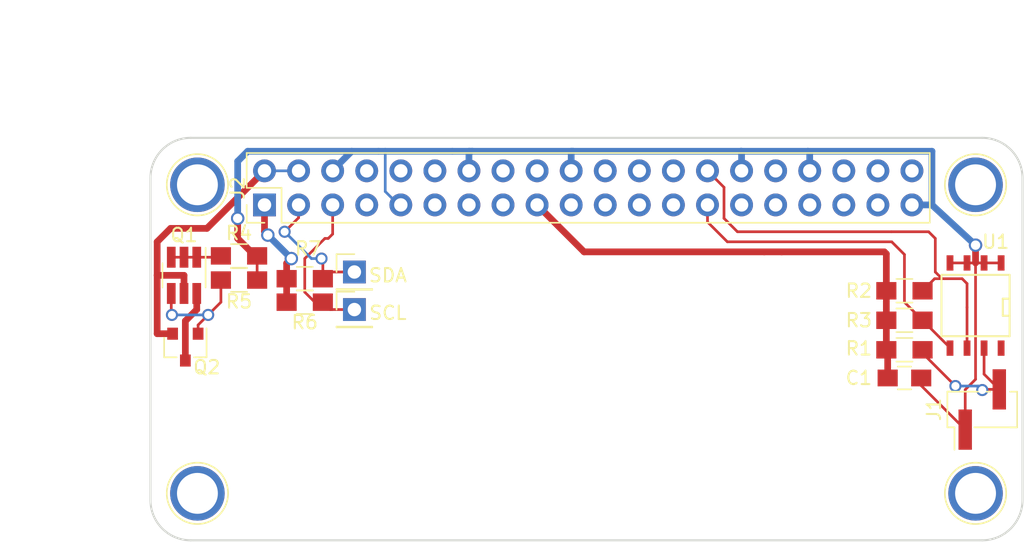
<source format=kicad_pcb>
(kicad_pcb (version 4) (host pcbnew 4.0.6)

  (general
    (links 41)
    (no_connects 2)
    (area 179.924999 134.924999 245.075001 165.075001)
    (thickness 1.6)
    (drawings 14)
    (tracks 146)
    (zones 0)
    (modules 19)
    (nets 37)
  )

  (page A3)
  (title_block
    (date "15 nov 2012")
  )

  (layers
    (0 F.Cu signal)
    (31 B.Cu signal)
    (32 B.Adhes user)
    (33 F.Adhes user)
    (34 B.Paste user)
    (35 F.Paste user)
    (36 B.SilkS user)
    (37 F.SilkS user)
    (38 B.Mask user)
    (39 F.Mask user)
    (40 Dwgs.User user)
    (41 Cmts.User user)
    (42 Eco1.User user)
    (43 Eco2.User user)
    (44 Edge.Cuts user)
  )

  (setup
    (last_trace_width 0.2)
    (trace_clearance 0.2)
    (zone_clearance 0.508)
    (zone_45_only yes)
    (trace_min 0.1524)
    (segment_width 0.2)
    (edge_width 0.15)
    (via_size 0.9)
    (via_drill 0.6)
    (via_min_size 0.8)
    (via_min_drill 0.5)
    (uvia_size 0.5)
    (uvia_drill 0.1)
    (uvias_allowed no)
    (uvia_min_size 0.5)
    (uvia_min_drill 0.1)
    (pcb_text_width 0.3)
    (pcb_text_size 1 1)
    (mod_edge_width 0.15)
    (mod_text_size 1 1)
    (mod_text_width 0.15)
    (pad_size 1 1)
    (pad_drill 0.6)
    (pad_to_mask_clearance 0)
    (aux_axis_origin 180 135)
    (grid_origin 180 135)
    (visible_elements 7FFFFFFF)
    (pcbplotparams
      (layerselection 0x01030_80000001)
      (usegerberextensions true)
      (excludeedgelayer true)
      (linewidth 0.150000)
      (plotframeref true)
      (viasonmask false)
      (mode 1)
      (useauxorigin false)
      (hpglpennumber 1)
      (hpglpenspeed 20)
      (hpglpendiameter 15)
      (hpglpenoverlay 2)
      (psnegative false)
      (psa4output false)
      (plotreference true)
      (plotvalue true)
      (plotinvisibletext false)
      (padsonsilk false)
      (subtractmaskfromsilk false)
      (outputformat 1)
      (mirror false)
      (drillshape 0)
      (scaleselection 1)
      (outputdirectory gerber/))
  )

  (net 0 "")
  (net 1 +5V)
  (net 2 GND)
  (net 3 +3V3)
  (net 4 "Net-(J1-Pad2)")
  (net 5 "/Pi Connector/+5V_Pi")
  (net 6 "/Pi Connector/GCLK")
  (net 7 "/Pi Connector/GPIO14")
  (net 8 "/Pi Connector/GPIO15")
  (net 9 "/Pi Connector/GEN0")
  (net 10 "/Pi Connector/GEN1")
  (net 11 "/Pi Connector/GEN2")
  (net 12 "/Pi Connector/GEN3")
  (net 13 "/Pi Connector/GEN4")
  (net 14 "/Pi Connector/GEN5")
  (net 15 "/Pi Connector/GPIO10")
  (net 16 "/Pi Connector/GPIO9")
  (net 17 "/Pi Connector/GEN6")
  (net 18 "/Pi Connector/GPIO11")
  (net 19 "/Pi Connector/GPIO8")
  (net 20 "/Pi Connector/GPIO7")
  (net 21 "/Pi Connector/ID_SD")
  (net 22 "/Pi Connector/ID_SC")
  (net 23 "/Pi Connector/GPIO5")
  (net 24 "/Pi Connector/GPIO6")
  (net 25 "/Pi Connector/GPIO12")
  (net 26 "/Pi Connector/GPIO13")
  (net 27 "/Pi Connector/GPIO19")
  (net 28 "/Pi Connector/GPIO16")
  (net 29 "/Pi Connector/GPIO26")
  (net 30 "/Pi Connector/GPIO20")
  (net 31 "/Pi Connector/GPIO21")
  (net 32 "Net-(Q1-Pad1)")
  (net 33 "Net-(Q1-Pad4)")
  (net 34 "Net-(U1-Pad8)")
  (net 35 /SDA)
  (net 36 /SCL)

  (net_class Default "This is the default net class."
    (clearance 0.2)
    (trace_width 0.2)
    (via_dia 0.9)
    (via_drill 0.6)
    (uvia_dia 0.5)
    (uvia_drill 0.1)
    (add_net "/Pi Connector/GCLK")
    (add_net "/Pi Connector/GEN0")
    (add_net "/Pi Connector/GEN1")
    (add_net "/Pi Connector/GEN2")
    (add_net "/Pi Connector/GEN3")
    (add_net "/Pi Connector/GEN4")
    (add_net "/Pi Connector/GEN5")
    (add_net "/Pi Connector/GEN6")
    (add_net "/Pi Connector/GPIO10")
    (add_net "/Pi Connector/GPIO11")
    (add_net "/Pi Connector/GPIO12")
    (add_net "/Pi Connector/GPIO13")
    (add_net "/Pi Connector/GPIO14")
    (add_net "/Pi Connector/GPIO15")
    (add_net "/Pi Connector/GPIO16")
    (add_net "/Pi Connector/GPIO19")
    (add_net "/Pi Connector/GPIO20")
    (add_net "/Pi Connector/GPIO21")
    (add_net "/Pi Connector/GPIO26")
    (add_net "/Pi Connector/GPIO5")
    (add_net "/Pi Connector/GPIO6")
    (add_net "/Pi Connector/GPIO7")
    (add_net "/Pi Connector/GPIO8")
    (add_net "/Pi Connector/GPIO9")
    (add_net "/Pi Connector/ID_SC")
    (add_net "/Pi Connector/ID_SD")
    (add_net /SCL)
    (add_net /SDA)
    (add_net "Net-(J1-Pad2)")
    (add_net "Net-(Q1-Pad1)")
    (add_net "Net-(Q1-Pad4)")
    (add_net "Net-(U1-Pad8)")
  )

  (net_class Power ""
    (clearance 0.2)
    (trace_width 0.5)
    (via_dia 1)
    (via_drill 0.7)
    (uvia_dia 0.5)
    (uvia_drill 0.1)
    (add_net +3V3)
    (add_net +5V)
    (add_net "/Pi Connector/+5V_Pi")
    (add_net GND)
  )

  (module Pin_Headers:Pin_Header_Straight_1x02_Pitch2.54mm_SMD_Pin1Left locked (layer F.Cu) (tedit 5941AAD0) (tstamp 59407229)
    (at 242 155.25 90)
    (descr "surface-mounted straight pin header, 1x02, 2.54mm pitch, single row, style 1 (pin 1 left)")
    (tags "Surface mounted pin header SMD 1x02 2.54mm single row style1 pin1 left")
    (path /593AE832)
    (attr smd)
    (fp_text reference J1 (at 0 -3.6 90) (layer F.SilkS)
      (effects (font (size 1 1) (thickness 0.15)))
    )
    (fp_text value CONN_02X01 (at -0.05 3.8 90) (layer F.Fab)
      (effects (font (size 1 1) (thickness 0.15)))
    )
    (fp_line (start -1.27 -2.54) (end -1.27 2.54) (layer F.Fab) (width 0.1))
    (fp_line (start -1.27 2.54) (end 1.27 2.54) (layer F.Fab) (width 0.1))
    (fp_line (start 1.27 2.54) (end 1.27 -2.54) (layer F.Fab) (width 0.1))
    (fp_line (start 1.27 -2.54) (end -1.27 -2.54) (layer F.Fab) (width 0.1))
    (fp_line (start -1.27 -1.59) (end -1.27 -0.95) (layer F.Fab) (width 0.1))
    (fp_line (start -1.27 -0.95) (end -2.65 -0.95) (layer F.Fab) (width 0.1))
    (fp_line (start -2.65 -0.95) (end -2.65 -1.59) (layer F.Fab) (width 0.1))
    (fp_line (start -2.65 -1.59) (end -1.27 -1.59) (layer F.Fab) (width 0.1))
    (fp_line (start 1.27 0.95) (end 1.27 1.59) (layer F.Fab) (width 0.1))
    (fp_line (start 1.27 1.59) (end 2.65 1.59) (layer F.Fab) (width 0.1))
    (fp_line (start 2.65 1.59) (end 2.65 0.95) (layer F.Fab) (width 0.1))
    (fp_line (start 2.65 0.95) (end 1.27 0.95) (layer F.Fab) (width 0.1))
    (fp_line (start -1.33 -2.07) (end -1.33 -2.6) (layer F.SilkS) (width 0.12))
    (fp_line (start -1.33 -2.6) (end 1.33 -2.6) (layer F.SilkS) (width 0.12))
    (fp_line (start 1.33 -2.6) (end 1.33 -2.07) (layer F.SilkS) (width 0.12))
    (fp_line (start -1.33 2.07) (end -1.33 2.6) (layer F.SilkS) (width 0.12))
    (fp_line (start -1.33 2.6) (end 1.33 2.6) (layer F.SilkS) (width 0.12))
    (fp_line (start 1.33 2.6) (end 1.33 2.07) (layer F.SilkS) (width 0.12))
    (fp_line (start 1.33 -2.6) (end 1.33 0.59) (layer F.SilkS) (width 0.12))
    (fp_line (start -1.33 -2.07) (end -3 -2.07) (layer F.SilkS) (width 0.12))
    (fp_line (start -1.33 -0.59) (end -1.33 2.6) (layer F.SilkS) (width 0.12))
    (fp_line (start -3.5 -3.05) (end -3.5 3.05) (layer F.CrtYd) (width 0.05))
    (fp_line (start -3.5 3.05) (end 3.5 3.05) (layer F.CrtYd) (width 0.05))
    (fp_line (start 3.5 3.05) (end 3.5 -3.05) (layer F.CrtYd) (width 0.05))
    (fp_line (start 3.5 -3.05) (end -3.5 -3.05) (layer F.CrtYd) (width 0.05))
    (fp_text user %R (at 0 -3.6 90) (layer F.Fab)
      (effects (font (size 1 1) (thickness 0.15)))
    )
    (pad 1 smd rect (at -1.5 -1.27 90) (size 3 1) (layers F.Cu F.Paste F.Mask)
      (net 2 GND))
    (pad 2 smd rect (at 1.5 1.27 90) (size 3 1) (layers F.Cu F.Paste F.Mask)
      (net 4 "Net-(J1-Pad2)"))
    (model ${KISYS3DMOD}/Pin_Headers.3dshapes/Pin_Header_Straight_1x02_Pitch2.54mm_SMD_Pin1Left.wrl
      (at (xyz 0 0 0))
      (scale (xyz 1 1 1))
      (rotate (xyz 0 0 0))
    )
  )

  (module TO_SOT_Packages_SMD:SOT-23-6_Handsoldering locked (layer F.Cu) (tedit 59408F3E) (tstamp 5940731B)
    (at 182.5 145.25 270)
    (descr "6-pin SOT-23 package, Handsoldering")
    (tags "SOT-23-6 Handsoldering")
    (path /5939A150/5939C269)
    (attr smd)
    (fp_text reference Q1 (at -3 0 360) (layer F.SilkS)
      (effects (font (size 1 1) (thickness 0.15)))
    )
    (fp_text value DMMT5401 (at 0 3.25 270) (layer F.Fab)
      (effects (font (size 1 1) (thickness 0.15)))
    )
    (fp_text user %R (at 0 0 270) (layer F.Fab)
      (effects (font (size 0.5 0.5) (thickness 0.075)))
    )
    (fp_line (start -0.9 1.61) (end 0.9 1.61) (layer F.SilkS) (width 0.12))
    (fp_line (start 0.9 -1.61) (end -2.05 -1.61) (layer F.SilkS) (width 0.12))
    (fp_line (start -2.4 1.8) (end -2.4 -1.8) (layer F.CrtYd) (width 0.05))
    (fp_line (start 2.4 1.8) (end -2.4 1.8) (layer F.CrtYd) (width 0.05))
    (fp_line (start 2.4 -1.8) (end 2.4 1.8) (layer F.CrtYd) (width 0.05))
    (fp_line (start -2.4 -1.8) (end 2.4 -1.8) (layer F.CrtYd) (width 0.05))
    (fp_line (start -0.9 -0.9) (end -0.25 -1.55) (layer F.Fab) (width 0.1))
    (fp_line (start 0.9 -1.55) (end -0.25 -1.55) (layer F.Fab) (width 0.1))
    (fp_line (start -0.9 -0.9) (end -0.9 1.55) (layer F.Fab) (width 0.1))
    (fp_line (start 0.9 1.55) (end -0.9 1.55) (layer F.Fab) (width 0.1))
    (fp_line (start 0.9 -1.55) (end 0.9 1.55) (layer F.Fab) (width 0.1))
    (pad 1 smd rect (at -1.35 -0.95 270) (size 1.56 0.65) (layers F.Cu F.Paste F.Mask)
      (net 32 "Net-(Q1-Pad1)"))
    (pad 2 smd rect (at -1.35 0 270) (size 1.56 0.65) (layers F.Cu F.Paste F.Mask)
      (net 32 "Net-(Q1-Pad1)"))
    (pad 3 smd rect (at -1.35 0.95 270) (size 1.56 0.65) (layers F.Cu F.Paste F.Mask)
      (net 32 "Net-(Q1-Pad1)"))
    (pad 4 smd rect (at 1.35 0.95 270) (size 1.56 0.65) (layers F.Cu F.Paste F.Mask)
      (net 33 "Net-(Q1-Pad4)"))
    (pad 6 smd rect (at 1.35 -0.95 270) (size 1.56 0.65) (layers F.Cu F.Paste F.Mask)
      (net 1 +5V))
    (pad 5 smd rect (at 1.35 0 270) (size 1.56 0.65) (layers F.Cu F.Paste F.Mask)
      (net 5 "/Pi Connector/+5V_Pi"))
    (model ${KISYS3DMOD}/TO_SOT_Packages_SMD.3dshapes/SOT-23-6.wrl
      (at (xyz 0 0 0))
      (scale (xyz 1 1 1))
      (rotate (xyz 0 0 0))
    )
  )

  (module SMD_Packages:SOIC-8-N locked (layer F.Cu) (tedit 5941AACB) (tstamp 59407365)
    (at 241.5 147.5 180)
    (descr "Module Narrow CMS SOJ 8 pins large")
    (tags "CMS SOJ")
    (path /593A5DD2)
    (attr smd)
    (fp_text reference U1 (at -1.5 4.75 180) (layer F.SilkS)
      (effects (font (size 1 1) (thickness 0.15)))
    )
    (fp_text value CAT24C32WI-GT3 (at -4.3 3.6 270) (layer F.Fab)
      (effects (font (size 1 1) (thickness 0.15)))
    )
    (fp_line (start -2.54 -2.286) (end 2.54 -2.286) (layer F.SilkS) (width 0.15))
    (fp_line (start 2.54 -2.286) (end 2.54 2.286) (layer F.SilkS) (width 0.15))
    (fp_line (start 2.54 2.286) (end -2.54 2.286) (layer F.SilkS) (width 0.15))
    (fp_line (start -2.54 2.286) (end -2.54 -2.286) (layer F.SilkS) (width 0.15))
    (fp_line (start -2.54 -0.762) (end -2.032 -0.762) (layer F.SilkS) (width 0.15))
    (fp_line (start -2.032 -0.762) (end -2.032 0.508) (layer F.SilkS) (width 0.15))
    (fp_line (start -2.032 0.508) (end -2.54 0.508) (layer F.SilkS) (width 0.15))
    (pad 8 smd rect (at -1.905 -3.175 180) (size 0.508 1.143) (layers F.Cu F.Paste F.Mask)
      (net 34 "Net-(U1-Pad8)"))
    (pad 7 smd rect (at -0.635 -3.175 180) (size 0.508 1.143) (layers F.Cu F.Paste F.Mask)
      (net 4 "Net-(J1-Pad2)"))
    (pad 6 smd rect (at 0.635 -3.175 180) (size 0.508 1.143) (layers F.Cu F.Paste F.Mask)
      (net 22 "/Pi Connector/ID_SC"))
    (pad 5 smd rect (at 1.905 -3.175 180) (size 0.508 1.143) (layers F.Cu F.Paste F.Mask)
      (net 21 "/Pi Connector/ID_SD"))
    (pad 4 smd rect (at 1.905 3.175 180) (size 0.508 1.143) (layers F.Cu F.Paste F.Mask)
      (net 2 GND))
    (pad 3 smd rect (at 0.635 3.175 180) (size 0.508 1.143) (layers F.Cu F.Paste F.Mask)
      (net 2 GND))
    (pad 2 smd rect (at -0.635 3.175 180) (size 0.508 1.143) (layers F.Cu F.Paste F.Mask)
      (net 2 GND))
    (pad 1 smd rect (at -1.905 3.175 180) (size 0.508 1.143) (layers F.Cu F.Paste F.Mask)
      (net 2 GND))
    (model SMD_Packages.3dshapes/SOIC-8-N.wrl
      (at (xyz 0 0 0))
      (scale (xyz 0.5 0.38 0.5))
      (rotate (xyz 0 0 0))
    )
  )

  (module Pin_Headers:Pin_Header_Straight_2x20_Pitch2.54mm locked (layer F.Cu) (tedit 59408F42) (tstamp 594075CC)
    (at 188.5 140 90)
    (descr "Through hole straight pin header, 2x20, 2.54mm pitch, double rows")
    (tags "Through hole pin header THT 2x20 2.54mm double row")
    (path /59374905/59374B1F)
    (fp_text reference J2 (at 1.25 -2 90) (layer F.SilkS)
      (effects (font (size 1 1) (thickness 0.15)))
    )
    (fp_text value CONN_02X20 (at 1.27 50.59 90) (layer F.Fab)
      (effects (font (size 1 1) (thickness 0.15)))
    )
    (fp_line (start -1.27 -1.27) (end -1.27 49.53) (layer F.Fab) (width 0.1))
    (fp_line (start -1.27 49.53) (end 3.81 49.53) (layer F.Fab) (width 0.1))
    (fp_line (start 3.81 49.53) (end 3.81 -1.27) (layer F.Fab) (width 0.1))
    (fp_line (start 3.81 -1.27) (end -1.27 -1.27) (layer F.Fab) (width 0.1))
    (fp_line (start -1.33 1.27) (end -1.33 49.59) (layer F.SilkS) (width 0.12))
    (fp_line (start -1.33 49.59) (end 3.87 49.59) (layer F.SilkS) (width 0.12))
    (fp_line (start 3.87 49.59) (end 3.87 -1.33) (layer F.SilkS) (width 0.12))
    (fp_line (start 3.87 -1.33) (end 1.27 -1.33) (layer F.SilkS) (width 0.12))
    (fp_line (start 1.27 -1.33) (end 1.27 1.27) (layer F.SilkS) (width 0.12))
    (fp_line (start 1.27 1.27) (end -1.33 1.27) (layer F.SilkS) (width 0.12))
    (fp_line (start -1.33 0) (end -1.33 -1.33) (layer F.SilkS) (width 0.12))
    (fp_line (start -1.33 -1.33) (end 0 -1.33) (layer F.SilkS) (width 0.12))
    (fp_line (start -1.8 -1.8) (end -1.8 50.05) (layer F.CrtYd) (width 0.05))
    (fp_line (start -1.8 50.05) (end 4.35 50.05) (layer F.CrtYd) (width 0.05))
    (fp_line (start 4.35 50.05) (end 4.35 -1.8) (layer F.CrtYd) (width 0.05))
    (fp_line (start 4.35 -1.8) (end -1.8 -1.8) (layer F.CrtYd) (width 0.05))
    (fp_text user %R (at 1.27 -2.33 90) (layer F.Fab)
      (effects (font (size 1 1) (thickness 0.15)))
    )
    (pad 1 thru_hole rect (at 0 0 90) (size 1.7 1.7) (drill 1) (layers *.Cu *.Mask)
      (net 3 +3V3))
    (pad 2 thru_hole oval (at 2.54 0 90) (size 1.7 1.7) (drill 1) (layers *.Cu *.Mask)
      (net 5 "/Pi Connector/+5V_Pi"))
    (pad 3 thru_hole oval (at 0 2.54 90) (size 1.7 1.7) (drill 1) (layers *.Cu *.Mask)
      (net 35 /SDA))
    (pad 4 thru_hole oval (at 2.54 2.54 90) (size 1.7 1.7) (drill 1) (layers *.Cu *.Mask)
      (net 5 "/Pi Connector/+5V_Pi"))
    (pad 5 thru_hole oval (at 0 5.08 90) (size 1.7 1.7) (drill 1) (layers *.Cu *.Mask)
      (net 36 /SCL))
    (pad 6 thru_hole oval (at 2.54 5.08 90) (size 1.7 1.7) (drill 1) (layers *.Cu *.Mask)
      (net 2 GND))
    (pad 7 thru_hole oval (at 0 7.62 90) (size 1.7 1.7) (drill 1) (layers *.Cu *.Mask)
      (net 6 "/Pi Connector/GCLK"))
    (pad 8 thru_hole oval (at 2.54 7.62 90) (size 1.7 1.7) (drill 1) (layers *.Cu *.Mask)
      (net 7 "/Pi Connector/GPIO14"))
    (pad 9 thru_hole oval (at 0 10.16 90) (size 1.7 1.7) (drill 1) (layers *.Cu *.Mask)
      (net 2 GND))
    (pad 10 thru_hole oval (at 2.54 10.16 90) (size 1.7 1.7) (drill 1) (layers *.Cu *.Mask)
      (net 8 "/Pi Connector/GPIO15"))
    (pad 11 thru_hole oval (at 0 12.7 90) (size 1.7 1.7) (drill 1) (layers *.Cu *.Mask)
      (net 9 "/Pi Connector/GEN0"))
    (pad 12 thru_hole oval (at 2.54 12.7 90) (size 1.7 1.7) (drill 1) (layers *.Cu *.Mask)
      (net 10 "/Pi Connector/GEN1"))
    (pad 13 thru_hole oval (at 0 15.24 90) (size 1.7 1.7) (drill 1) (layers *.Cu *.Mask)
      (net 11 "/Pi Connector/GEN2"))
    (pad 14 thru_hole oval (at 2.54 15.24 90) (size 1.7 1.7) (drill 1) (layers *.Cu *.Mask)
      (net 2 GND))
    (pad 15 thru_hole oval (at 0 17.78 90) (size 1.7 1.7) (drill 1) (layers *.Cu *.Mask)
      (net 12 "/Pi Connector/GEN3"))
    (pad 16 thru_hole oval (at 2.54 17.78 90) (size 1.7 1.7) (drill 1) (layers *.Cu *.Mask)
      (net 13 "/Pi Connector/GEN4"))
    (pad 17 thru_hole oval (at 0 20.32 90) (size 1.7 1.7) (drill 1) (layers *.Cu *.Mask)
      (net 3 +3V3))
    (pad 18 thru_hole oval (at 2.54 20.32 90) (size 1.7 1.7) (drill 1) (layers *.Cu *.Mask)
      (net 14 "/Pi Connector/GEN5"))
    (pad 19 thru_hole oval (at 0 22.86 90) (size 1.7 1.7) (drill 1) (layers *.Cu *.Mask)
      (net 15 "/Pi Connector/GPIO10"))
    (pad 20 thru_hole oval (at 2.54 22.86 90) (size 1.7 1.7) (drill 1) (layers *.Cu *.Mask)
      (net 2 GND))
    (pad 21 thru_hole oval (at 0 25.4 90) (size 1.7 1.7) (drill 1) (layers *.Cu *.Mask)
      (net 16 "/Pi Connector/GPIO9"))
    (pad 22 thru_hole oval (at 2.54 25.4 90) (size 1.7 1.7) (drill 1) (layers *.Cu *.Mask)
      (net 17 "/Pi Connector/GEN6"))
    (pad 23 thru_hole oval (at 0 27.94 90) (size 1.7 1.7) (drill 1) (layers *.Cu *.Mask)
      (net 18 "/Pi Connector/GPIO11"))
    (pad 24 thru_hole oval (at 2.54 27.94 90) (size 1.7 1.7) (drill 1) (layers *.Cu *.Mask)
      (net 19 "/Pi Connector/GPIO8"))
    (pad 25 thru_hole oval (at 0 30.48 90) (size 1.7 1.7) (drill 1) (layers *.Cu *.Mask)
      (net 2 GND))
    (pad 26 thru_hole oval (at 2.54 30.48 90) (size 1.7 1.7) (drill 1) (layers *.Cu *.Mask)
      (net 20 "/Pi Connector/GPIO7"))
    (pad 27 thru_hole oval (at 0 33.02 90) (size 1.7 1.7) (drill 1) (layers *.Cu *.Mask)
      (net 21 "/Pi Connector/ID_SD"))
    (pad 28 thru_hole oval (at 2.54 33.02 90) (size 1.7 1.7) (drill 1) (layers *.Cu *.Mask)
      (net 22 "/Pi Connector/ID_SC"))
    (pad 29 thru_hole oval (at 0 35.56 90) (size 1.7 1.7) (drill 1) (layers *.Cu *.Mask)
      (net 23 "/Pi Connector/GPIO5"))
    (pad 30 thru_hole oval (at 2.54 35.56 90) (size 1.7 1.7) (drill 1) (layers *.Cu *.Mask)
      (net 2 GND))
    (pad 31 thru_hole oval (at 0 38.1 90) (size 1.7 1.7) (drill 1) (layers *.Cu *.Mask)
      (net 24 "/Pi Connector/GPIO6"))
    (pad 32 thru_hole oval (at 2.54 38.1 90) (size 1.7 1.7) (drill 1) (layers *.Cu *.Mask)
      (net 25 "/Pi Connector/GPIO12"))
    (pad 33 thru_hole oval (at 0 40.64 90) (size 1.7 1.7) (drill 1) (layers *.Cu *.Mask)
      (net 26 "/Pi Connector/GPIO13"))
    (pad 34 thru_hole oval (at 2.54 40.64 90) (size 1.7 1.7) (drill 1) (layers *.Cu *.Mask)
      (net 2 GND))
    (pad 35 thru_hole oval (at 0 43.18 90) (size 1.7 1.7) (drill 1) (layers *.Cu *.Mask)
      (net 27 "/Pi Connector/GPIO19"))
    (pad 36 thru_hole oval (at 2.54 43.18 90) (size 1.7 1.7) (drill 1) (layers *.Cu *.Mask)
      (net 28 "/Pi Connector/GPIO16"))
    (pad 37 thru_hole oval (at 0 45.72 90) (size 1.7 1.7) (drill 1) (layers *.Cu *.Mask)
      (net 29 "/Pi Connector/GPIO26"))
    (pad 38 thru_hole oval (at 2.54 45.72 90) (size 1.7 1.7) (drill 1) (layers *.Cu *.Mask)
      (net 30 "/Pi Connector/GPIO20"))
    (pad 39 thru_hole oval (at 0 48.26 90) (size 1.7 1.7) (drill 1) (layers *.Cu *.Mask)
      (net 2 GND))
    (pad 40 thru_hole oval (at 2.54 48.26 90) (size 1.7 1.7) (drill 1) (layers *.Cu *.Mask)
      (net 31 "/Pi Connector/GPIO21"))
    (model ${KISYS3DMOD}/Pin_Headers.3dshapes/Pin_Header_Straight_2x20_Pitch2.54mm.wrl
      (at (xyz 0.05 -0.95 0))
      (scale (xyz 1 1 1))
      (rotate (xyz 0 0 90))
    )
  )

  (module Connectors:1pin locked (layer F.Cu) (tedit 59408F34) (tstamp 59407845)
    (at 183.5 138.5)
    (descr "module 1 pin (ou trou mecanique de percage)")
    (tags DEV)
    (fp_text reference REF** (at 0 -3.048) (layer F.SilkS) hide
      (effects (font (size 1 1) (thickness 0.15)))
    )
    (fp_text value 1pin (at 0 3) (layer F.Fab)
      (effects (font (size 1 1) (thickness 0.15)))
    )
    (fp_circle (center 0 0) (end 2 0.8) (layer F.Fab) (width 0.1))
    (fp_circle (center 0 0) (end 2.6 0) (layer F.CrtYd) (width 0.05))
    (fp_circle (center 0 0) (end 0 -2.286) (layer F.SilkS) (width 0.12))
    (pad 1 thru_hole circle (at 0 0) (size 4.064 4.064) (drill 3.048) (layers *.Cu *.Mask))
  )

  (module Connectors:1pin locked (layer F.Cu) (tedit 59408FA2) (tstamp 594078A3)
    (at 241.5 138.5)
    (descr "module 1 pin (ou trou mecanique de percage)")
    (tags DEV)
    (fp_text reference REF** (at 0 -3.048) (layer F.SilkS) hide
      (effects (font (size 1 1) (thickness 0.15)))
    )
    (fp_text value 1pin (at 0 3) (layer F.Fab)
      (effects (font (size 1 1) (thickness 0.15)))
    )
    (fp_circle (center 0 0) (end 2 0.8) (layer F.Fab) (width 0.1))
    (fp_circle (center 0 0) (end 2.6 0) (layer F.CrtYd) (width 0.05))
    (fp_circle (center 0 0) (end 0 -2.286) (layer F.SilkS) (width 0.12))
    (pad 1 thru_hole circle (at 0 0) (size 4.064 4.064) (drill 3.048) (layers *.Cu *.Mask))
  )

  (module Connectors:1pin locked (layer F.Cu) (tedit 59408F59) (tstamp 594078AC)
    (at 241.5 161.5)
    (descr "module 1 pin (ou trou mecanique de percage)")
    (tags DEV)
    (fp_text reference REF** (at 0 -3.048) (layer F.SilkS) hide
      (effects (font (size 1 1) (thickness 0.15)))
    )
    (fp_text value 1pin (at 0 3) (layer F.Fab)
      (effects (font (size 1 1) (thickness 0.15)))
    )
    (fp_circle (center 0 0) (end 2 0.8) (layer F.Fab) (width 0.1))
    (fp_circle (center 0 0) (end 2.6 0) (layer F.CrtYd) (width 0.05))
    (fp_circle (center 0 0) (end 0 -2.286) (layer F.SilkS) (width 0.12))
    (pad 1 thru_hole circle (at 0 0) (size 4.064 4.064) (drill 3.048) (layers *.Cu *.Mask))
  )

  (module Connectors:1pin locked (layer F.Cu) (tedit 59408F99) (tstamp 59407E39)
    (at 183.5 161.5)
    (descr "module 1 pin (ou trou mecanique de percage)")
    (tags DEV)
    (fp_text reference REF** (at 0 -3.048) (layer F.SilkS) hide
      (effects (font (size 1 1) (thickness 0.15)))
    )
    (fp_text value 1pin (at 0 3) (layer F.Fab)
      (effects (font (size 1 1) (thickness 0.15)))
    )
    (fp_circle (center 0 0) (end 2 0.8) (layer F.Fab) (width 0.1))
    (fp_circle (center 0 0) (end 2.6 0) (layer F.CrtYd) (width 0.05))
    (fp_circle (center 0 0) (end 0 -2.286) (layer F.SilkS) (width 0.12))
    (pad 1 thru_hole circle (at 0 0) (size 4.064 4.064) (drill 3.048) (layers *.Cu *.Mask))
  )

  (module Capacitors_SMD:C_0805_HandSoldering locked (layer F.Cu) (tedit 5941AC34) (tstamp 5941A813)
    (at 236.2 152.9)
    (descr "Capacitor SMD 0805, hand soldering")
    (tags "capacitor 0805")
    (path /593AD4D1)
    (attr smd)
    (fp_text reference C1 (at -3.4 0) (layer F.SilkS)
      (effects (font (size 1 1) (thickness 0.15)))
    )
    (fp_text value 100n (at 0.1 0) (layer F.Fab)
      (effects (font (size 1 1) (thickness 0.15)))
    )
    (fp_text user %R (at 0 -1.75) (layer F.Fab)
      (effects (font (size 1 1) (thickness 0.15)))
    )
    (fp_line (start -1 0.62) (end -1 -0.62) (layer F.Fab) (width 0.1))
    (fp_line (start 1 0.62) (end -1 0.62) (layer F.Fab) (width 0.1))
    (fp_line (start 1 -0.62) (end 1 0.62) (layer F.Fab) (width 0.1))
    (fp_line (start -1 -0.62) (end 1 -0.62) (layer F.Fab) (width 0.1))
    (fp_line (start 0.5 -0.85) (end -0.5 -0.85) (layer F.SilkS) (width 0.12))
    (fp_line (start -0.5 0.85) (end 0.5 0.85) (layer F.SilkS) (width 0.12))
    (fp_line (start -2.25 -0.88) (end 2.25 -0.88) (layer F.CrtYd) (width 0.05))
    (fp_line (start -2.25 -0.88) (end -2.25 0.87) (layer F.CrtYd) (width 0.05))
    (fp_line (start 2.25 0.87) (end 2.25 -0.88) (layer F.CrtYd) (width 0.05))
    (fp_line (start 2.25 0.87) (end -2.25 0.87) (layer F.CrtYd) (width 0.05))
    (pad 1 smd rect (at -1.25 0) (size 1.5 1.25) (layers F.Cu F.Paste F.Mask)
      (net 3 +3V3))
    (pad 2 smd rect (at 1.25 0) (size 1.5 1.25) (layers F.Cu F.Paste F.Mask)
      (net 2 GND))
    (model Capacitors_SMD.3dshapes/C_0805.wrl
      (at (xyz 0 0 0))
      (scale (xyz 1 1 1))
      (rotate (xyz 0 0 0))
    )
  )

  (module Resistors_SMD:R_0805_HandSoldering locked (layer F.Cu) (tedit 5941AC10) (tstamp 5941A9B1)
    (at 236.2 150.8)
    (descr "Resistor SMD 0805, hand soldering")
    (tags "resistor 0805")
    (path /593AD0AC)
    (attr smd)
    (fp_text reference R1 (at -3.4 -0.1) (layer F.SilkS)
      (effects (font (size 1 1) (thickness 0.15)))
    )
    (fp_text value 1K (at 0.1 0) (layer F.Fab)
      (effects (font (size 1 1) (thickness 0.15)))
    )
    (fp_text user %R (at 0 0) (layer F.Fab)
      (effects (font (size 0.5 0.5) (thickness 0.075)))
    )
    (fp_line (start -1 0.62) (end -1 -0.62) (layer F.Fab) (width 0.1))
    (fp_line (start 1 0.62) (end -1 0.62) (layer F.Fab) (width 0.1))
    (fp_line (start 1 -0.62) (end 1 0.62) (layer F.Fab) (width 0.1))
    (fp_line (start -1 -0.62) (end 1 -0.62) (layer F.Fab) (width 0.1))
    (fp_line (start 0.6 0.88) (end -0.6 0.88) (layer F.SilkS) (width 0.12))
    (fp_line (start -0.6 -0.88) (end 0.6 -0.88) (layer F.SilkS) (width 0.12))
    (fp_line (start -2.35 -0.9) (end 2.35 -0.9) (layer F.CrtYd) (width 0.05))
    (fp_line (start -2.35 -0.9) (end -2.35 0.9) (layer F.CrtYd) (width 0.05))
    (fp_line (start 2.35 0.9) (end 2.35 -0.9) (layer F.CrtYd) (width 0.05))
    (fp_line (start 2.35 0.9) (end -2.35 0.9) (layer F.CrtYd) (width 0.05))
    (pad 1 smd rect (at -1.35 0) (size 1.5 1.3) (layers F.Cu F.Paste F.Mask)
      (net 3 +3V3))
    (pad 2 smd rect (at 1.35 0) (size 1.5 1.3) (layers F.Cu F.Paste F.Mask)
      (net 4 "Net-(J1-Pad2)"))
    (model ${KISYS3DMOD}/Resistors_SMD.3dshapes/R_0805.wrl
      (at (xyz 0 0 0))
      (scale (xyz 1 1 1))
      (rotate (xyz 0 0 0))
    )
  )

  (module Resistors_SMD:R_0805_HandSoldering locked (layer F.Cu) (tedit 5941AAEA) (tstamp 5941A9C2)
    (at 236.2 146.4)
    (descr "Resistor SMD 0805, hand soldering")
    (tags "resistor 0805")
    (path /593AD233)
    (attr smd)
    (fp_text reference R2 (at -3.4 0) (layer F.SilkS)
      (effects (font (size 1 1) (thickness 0.15)))
    )
    (fp_text value 3.9K (at 0 0) (layer F.Fab)
      (effects (font (size 1 1) (thickness 0.15)))
    )
    (fp_text user %R (at 0 0) (layer F.Fab)
      (effects (font (size 0.5 0.5) (thickness 0.075)))
    )
    (fp_line (start -1 0.62) (end -1 -0.62) (layer F.Fab) (width 0.1))
    (fp_line (start 1 0.62) (end -1 0.62) (layer F.Fab) (width 0.1))
    (fp_line (start 1 -0.62) (end 1 0.62) (layer F.Fab) (width 0.1))
    (fp_line (start -1 -0.62) (end 1 -0.62) (layer F.Fab) (width 0.1))
    (fp_line (start 0.6 0.88) (end -0.6 0.88) (layer F.SilkS) (width 0.12))
    (fp_line (start -0.6 -0.88) (end 0.6 -0.88) (layer F.SilkS) (width 0.12))
    (fp_line (start -2.35 -0.9) (end 2.35 -0.9) (layer F.CrtYd) (width 0.05))
    (fp_line (start -2.35 -0.9) (end -2.35 0.9) (layer F.CrtYd) (width 0.05))
    (fp_line (start 2.35 0.9) (end 2.35 -0.9) (layer F.CrtYd) (width 0.05))
    (fp_line (start 2.35 0.9) (end -2.35 0.9) (layer F.CrtYd) (width 0.05))
    (pad 1 smd rect (at -1.35 0) (size 1.5 1.3) (layers F.Cu F.Paste F.Mask)
      (net 3 +3V3))
    (pad 2 smd rect (at 1.35 0) (size 1.5 1.3) (layers F.Cu F.Paste F.Mask)
      (net 22 "/Pi Connector/ID_SC"))
    (model ${KISYS3DMOD}/Resistors_SMD.3dshapes/R_0805.wrl
      (at (xyz 0 0 0))
      (scale (xyz 1 1 1))
      (rotate (xyz 0 0 0))
    )
  )

  (module Resistors_SMD:R_0805_HandSoldering locked (layer F.Cu) (tedit 5941AAF2) (tstamp 5941A9D3)
    (at 236.2 148.6)
    (descr "Resistor SMD 0805, hand soldering")
    (tags "resistor 0805")
    (path /593AD382)
    (attr smd)
    (fp_text reference R3 (at -3.4 0) (layer F.SilkS)
      (effects (font (size 1 1) (thickness 0.15)))
    )
    (fp_text value 3.9K (at 0.1 0) (layer F.Fab)
      (effects (font (size 1 1) (thickness 0.15)))
    )
    (fp_text user %R (at 0 0) (layer F.Fab)
      (effects (font (size 0.5 0.5) (thickness 0.075)))
    )
    (fp_line (start -1 0.62) (end -1 -0.62) (layer F.Fab) (width 0.1))
    (fp_line (start 1 0.62) (end -1 0.62) (layer F.Fab) (width 0.1))
    (fp_line (start 1 -0.62) (end 1 0.62) (layer F.Fab) (width 0.1))
    (fp_line (start -1 -0.62) (end 1 -0.62) (layer F.Fab) (width 0.1))
    (fp_line (start 0.6 0.88) (end -0.6 0.88) (layer F.SilkS) (width 0.12))
    (fp_line (start -0.6 -0.88) (end 0.6 -0.88) (layer F.SilkS) (width 0.12))
    (fp_line (start -2.35 -0.9) (end 2.35 -0.9) (layer F.CrtYd) (width 0.05))
    (fp_line (start -2.35 -0.9) (end -2.35 0.9) (layer F.CrtYd) (width 0.05))
    (fp_line (start 2.35 0.9) (end 2.35 -0.9) (layer F.CrtYd) (width 0.05))
    (fp_line (start 2.35 0.9) (end -2.35 0.9) (layer F.CrtYd) (width 0.05))
    (pad 1 smd rect (at -1.35 0) (size 1.5 1.3) (layers F.Cu F.Paste F.Mask)
      (net 3 +3V3))
    (pad 2 smd rect (at 1.35 0) (size 1.5 1.3) (layers F.Cu F.Paste F.Mask)
      (net 21 "/Pi Connector/ID_SD"))
    (model ${KISYS3DMOD}/Resistors_SMD.3dshapes/R_0805.wrl
      (at (xyz 0 0 0))
      (scale (xyz 1 1 1))
      (rotate (xyz 0 0 0))
    )
  )

  (module Resistors_SMD:R_0805_HandSoldering (layer F.Cu) (tedit 5941B500) (tstamp 5941A9E4)
    (at 186.6 143.8)
    (descr "Resistor SMD 0805, hand soldering")
    (tags "resistor 0805")
    (path /5939A150/5939C46F)
    (attr smd)
    (fp_text reference R4 (at 0 -1.7) (layer F.SilkS)
      (effects (font (size 1 1) (thickness 0.15)))
    )
    (fp_text value 10K (at 0 0) (layer F.Fab)
      (effects (font (size 1 1) (thickness 0.15)))
    )
    (fp_text user %R (at 0 0) (layer F.Fab)
      (effects (font (size 0.5 0.5) (thickness 0.075)))
    )
    (fp_line (start -1 0.62) (end -1 -0.62) (layer F.Fab) (width 0.1))
    (fp_line (start 1 0.62) (end -1 0.62) (layer F.Fab) (width 0.1))
    (fp_line (start 1 -0.62) (end 1 0.62) (layer F.Fab) (width 0.1))
    (fp_line (start -1 -0.62) (end 1 -0.62) (layer F.Fab) (width 0.1))
    (fp_line (start 0.6 0.88) (end -0.6 0.88) (layer F.SilkS) (width 0.12))
    (fp_line (start -0.6 -0.88) (end 0.6 -0.88) (layer F.SilkS) (width 0.12))
    (fp_line (start -2.35 -0.9) (end 2.35 -0.9) (layer F.CrtYd) (width 0.05))
    (fp_line (start -2.35 -0.9) (end -2.35 0.9) (layer F.CrtYd) (width 0.05))
    (fp_line (start 2.35 0.9) (end 2.35 -0.9) (layer F.CrtYd) (width 0.05))
    (fp_line (start 2.35 0.9) (end -2.35 0.9) (layer F.CrtYd) (width 0.05))
    (pad 1 smd rect (at -1.35 0) (size 1.5 1.3) (layers F.Cu F.Paste F.Mask)
      (net 32 "Net-(Q1-Pad1)"))
    (pad 2 smd rect (at 1.35 0) (size 1.5 1.3) (layers F.Cu F.Paste F.Mask)
      (net 2 GND))
    (model ${KISYS3DMOD}/Resistors_SMD.3dshapes/R_0805.wrl
      (at (xyz 0 0 0))
      (scale (xyz 1 1 1))
      (rotate (xyz 0 0 0))
    )
  )

  (module Resistors_SMD:R_0805_HandSoldering locked (layer F.Cu) (tedit 5941B4FD) (tstamp 5941A9F5)
    (at 186.6 145.6)
    (descr "Resistor SMD 0805, hand soldering")
    (tags "resistor 0805")
    (path /5939A150/5939C4DE)
    (attr smd)
    (fp_text reference R5 (at 0 1.6) (layer F.SilkS)
      (effects (font (size 1 1) (thickness 0.15)))
    )
    (fp_text value 47K (at 0 0.1) (layer F.Fab)
      (effects (font (size 1 1) (thickness 0.15)))
    )
    (fp_text user %R (at 0 0) (layer F.Fab)
      (effects (font (size 0.5 0.5) (thickness 0.075)))
    )
    (fp_line (start -1 0.62) (end -1 -0.62) (layer F.Fab) (width 0.1))
    (fp_line (start 1 0.62) (end -1 0.62) (layer F.Fab) (width 0.1))
    (fp_line (start 1 -0.62) (end 1 0.62) (layer F.Fab) (width 0.1))
    (fp_line (start -1 -0.62) (end 1 -0.62) (layer F.Fab) (width 0.1))
    (fp_line (start 0.6 0.88) (end -0.6 0.88) (layer F.SilkS) (width 0.12))
    (fp_line (start -0.6 -0.88) (end 0.6 -0.88) (layer F.SilkS) (width 0.12))
    (fp_line (start -2.35 -0.9) (end 2.35 -0.9) (layer F.CrtYd) (width 0.05))
    (fp_line (start -2.35 -0.9) (end -2.35 0.9) (layer F.CrtYd) (width 0.05))
    (fp_line (start 2.35 0.9) (end 2.35 -0.9) (layer F.CrtYd) (width 0.05))
    (fp_line (start 2.35 0.9) (end -2.35 0.9) (layer F.CrtYd) (width 0.05))
    (pad 1 smd rect (at -1.35 0) (size 1.5 1.3) (layers F.Cu F.Paste F.Mask)
      (net 33 "Net-(Q1-Pad4)"))
    (pad 2 smd rect (at 1.35 0) (size 1.5 1.3) (layers F.Cu F.Paste F.Mask)
      (net 2 GND))
    (model ${KISYS3DMOD}/Resistors_SMD.3dshapes/R_0805.wrl
      (at (xyz 0 0 0))
      (scale (xyz 1 1 1))
      (rotate (xyz 0 0 0))
    )
  )

  (module modules:SOT-23 locked (layer F.Cu) (tedit 5941C779) (tstamp 5941B43F)
    (at 182.6 150.6 180)
    (descr "SOT-23, Standard")
    (tags SOT-23)
    (path /5939A150/5939A4E1)
    (attr smd)
    (fp_text reference Q2 (at -1.6 -1.5 360) (layer F.SilkS)
      (effects (font (size 1 1) (thickness 0.15)))
    )
    (fp_text value DMG2305UX (at 3.4 -3.2 450) (layer F.Fab)
      (effects (font (size 1 1) (thickness 0.15)))
    )
    (fp_text user %R (at 0 0 360) (layer F.Fab)
      (effects (font (size 0.5 0.5) (thickness 0.075)))
    )
    (fp_line (start -0.95 0.7) (end 1.5 0.7) (layer F.Fab) (width 0.1))
    (fp_line (start -1.52 0.15) (end -1.52 -0.7) (layer F.Fab) (width 0.1))
    (fp_line (start -0.95 0.7) (end -1.52 0.15) (layer F.Fab) (width 0.1))
    (fp_line (start -1.52 -0.7) (end 1.52 -0.7) (layer F.Fab) (width 0.1))
    (fp_line (start 1.52 0.7) (end 1.52 -0.7) (layer F.Fab) (width 0.1))
    (fp_line (start 1.58 -0.76) (end 0.65 -0.76) (layer F.SilkS) (width 0.12))
    (fp_line (start -1.58 -0.76) (end -0.65 -0.76) (layer F.SilkS) (width 0.12))
    (fp_line (start -1.75 1.7) (end -1.75 -1.7) (layer F.CrtYd) (width 0.05))
    (fp_line (start -1.75 -1.7) (end 1.75 -1.7) (layer F.CrtYd) (width 0.05))
    (fp_line (start 1.75 -1.7) (end 1.75 1.7) (layer F.CrtYd) (width 0.05))
    (fp_line (start 1.75 1.7) (end -1.75 1.7) (layer F.CrtYd) (width 0.05))
    (fp_line (start -1.58 -0.76) (end -1.58 1.4) (layer F.SilkS) (width 0.12))
    (fp_line (start 1.58 -0.76) (end 1.58 0.7) (layer F.SilkS) (width 0.12))
    (pad 1 smd rect (at -0.95 1 270) (size 0.9 0.8) (layers F.Cu F.Paste F.Mask)
      (net 33 "Net-(Q1-Pad4)"))
    (pad 2 smd rect (at 0.95 1 270) (size 0.9 0.8) (layers F.Cu F.Paste F.Mask)
      (net 5 "/Pi Connector/+5V_Pi"))
    (pad 3 smd rect (at 0 -1 270) (size 0.9 0.8) (layers F.Cu F.Paste F.Mask)
      (net 1 +5V))
    (model ${KISYS3DMOD}/TO_SOT_Packages_SMD.3dshapes/SOT-23.wrl
      (at (xyz 0 0 0))
      (scale (xyz 1 1 1))
      (rotate (xyz 0 0 0))
    )
  )

  (module Pin_Headers:Pin_Header_Straight_1x01_Pitch2.54mm (layer F.Cu) (tedit 5941FBD8) (tstamp 5941F721)
    (at 195.2 147.8)
    (descr "Through hole straight pin header, 1x01, 2.54mm pitch, single row")
    (tags "Through hole pin header THT 1x01 2.54mm single row")
    (path /59424D5C)
    (fp_text reference SCL (at 2.5 0.25) (layer F.SilkS)
      (effects (font (size 1 1) (thickness 0.15)))
    )
    (fp_text value TEST (at 0 2) (layer F.Fab)
      (effects (font (size 1 1) (thickness 0.15)))
    )
    (fp_line (start -1.27 -1.27) (end -1.27 1.27) (layer F.Fab) (width 0.1))
    (fp_line (start -1.27 1.27) (end 1.27 1.27) (layer F.Fab) (width 0.1))
    (fp_line (start 1.27 1.27) (end 1.27 -1.27) (layer F.Fab) (width 0.1))
    (fp_line (start 1.27 -1.27) (end -1.27 -1.27) (layer F.Fab) (width 0.1))
    (fp_line (start -1.33 1.27) (end -1.33 1.33) (layer F.SilkS) (width 0.12))
    (fp_line (start -1.33 1.33) (end 1.33 1.33) (layer F.SilkS) (width 0.12))
    (fp_line (start 1.33 1.33) (end 1.33 1.27) (layer F.SilkS) (width 0.12))
    (fp_line (start 1.33 1.27) (end -1.33 1.27) (layer F.SilkS) (width 0.12))
    (fp_line (start -1.33 0) (end -1.33 -1.33) (layer F.SilkS) (width 0.12))
    (fp_line (start -1.33 -1.33) (end 0 -1.33) (layer F.SilkS) (width 0.12))
    (fp_line (start -1.8 -1.8) (end -1.8 1.8) (layer F.CrtYd) (width 0.05))
    (fp_line (start -1.8 1.8) (end 1.8 1.8) (layer F.CrtYd) (width 0.05))
    (fp_line (start 1.8 1.8) (end 1.8 -1.8) (layer F.CrtYd) (width 0.05))
    (fp_line (start 1.8 -1.8) (end -1.8 -1.8) (layer F.CrtYd) (width 0.05))
    (fp_text user %R (at 0 -2.33) (layer F.Fab)
      (effects (font (size 1 1) (thickness 0.15)))
    )
    (pad 1 thru_hole rect (at 0 0) (size 1.7 1.7) (drill 1) (layers *.Cu *.Mask)
      (net 36 /SCL))
    (model ${KISYS3DMOD}/Pin_Headers.3dshapes/Pin_Header_Straight_1x01_Pitch2.54mm.wrl
      (at (xyz 0 0 0))
      (scale (xyz 1 1 1))
      (rotate (xyz 0 0 90))
    )
  )

  (module Pin_Headers:Pin_Header_Straight_1x01_Pitch2.54mm (layer F.Cu) (tedit 5941FBE0) (tstamp 5941F735)
    (at 195.2 145)
    (descr "Through hole straight pin header, 1x01, 2.54mm pitch, single row")
    (tags "Through hole pin header THT 1x01 2.54mm single row")
    (path /59424BE7)
    (fp_text reference SDA (at 2.5 0.25) (layer F.SilkS)
      (effects (font (size 1 1) (thickness 0.15)))
    )
    (fp_text value TEST (at 0 -2) (layer F.Fab)
      (effects (font (size 1 1) (thickness 0.15)))
    )
    (fp_line (start -1.27 -1.27) (end -1.27 1.27) (layer F.Fab) (width 0.1))
    (fp_line (start -1.27 1.27) (end 1.27 1.27) (layer F.Fab) (width 0.1))
    (fp_line (start 1.27 1.27) (end 1.27 -1.27) (layer F.Fab) (width 0.1))
    (fp_line (start 1.27 -1.27) (end -1.27 -1.27) (layer F.Fab) (width 0.1))
    (fp_line (start -1.33 1.27) (end -1.33 1.33) (layer F.SilkS) (width 0.12))
    (fp_line (start -1.33 1.33) (end 1.33 1.33) (layer F.SilkS) (width 0.12))
    (fp_line (start 1.33 1.33) (end 1.33 1.27) (layer F.SilkS) (width 0.12))
    (fp_line (start 1.33 1.27) (end -1.33 1.27) (layer F.SilkS) (width 0.12))
    (fp_line (start -1.33 0) (end -1.33 -1.33) (layer F.SilkS) (width 0.12))
    (fp_line (start -1.33 -1.33) (end 0 -1.33) (layer F.SilkS) (width 0.12))
    (fp_line (start -1.8 -1.8) (end -1.8 1.8) (layer F.CrtYd) (width 0.05))
    (fp_line (start -1.8 1.8) (end 1.8 1.8) (layer F.CrtYd) (width 0.05))
    (fp_line (start 1.8 1.8) (end 1.8 -1.8) (layer F.CrtYd) (width 0.05))
    (fp_line (start 1.8 -1.8) (end -1.8 -1.8) (layer F.CrtYd) (width 0.05))
    (fp_text user %R (at 0 -2.33) (layer F.Fab)
      (effects (font (size 1 1) (thickness 0.15)))
    )
    (pad 1 thru_hole rect (at 0 0) (size 1.7 1.7) (drill 1) (layers *.Cu *.Mask)
      (net 35 /SDA))
    (model ${KISYS3DMOD}/Pin_Headers.3dshapes/Pin_Header_Straight_1x01_Pitch2.54mm.wrl
      (at (xyz 0 0 0))
      (scale (xyz 1 1 1))
      (rotate (xyz 0 0 90))
    )
  )

  (module Resistors_SMD:R_0805_HandSoldering (layer F.Cu) (tedit 5941F882) (tstamp 5941F7C6)
    (at 191.5 147.25)
    (descr "Resistor SMD 0805, hand soldering")
    (tags "resistor 0805")
    (path /59423D5B)
    (attr smd)
    (fp_text reference R6 (at 0 1.5) (layer F.SilkS)
      (effects (font (size 1 1) (thickness 0.15)))
    )
    (fp_text value 2.2K (at 0 0) (layer F.Fab)
      (effects (font (size 1 1) (thickness 0.15)))
    )
    (fp_text user %R (at 0 0) (layer F.Fab)
      (effects (font (size 0.5 0.5) (thickness 0.075)))
    )
    (fp_line (start -1 0.62) (end -1 -0.62) (layer F.Fab) (width 0.1))
    (fp_line (start 1 0.62) (end -1 0.62) (layer F.Fab) (width 0.1))
    (fp_line (start 1 -0.62) (end 1 0.62) (layer F.Fab) (width 0.1))
    (fp_line (start -1 -0.62) (end 1 -0.62) (layer F.Fab) (width 0.1))
    (fp_line (start 0.6 0.88) (end -0.6 0.88) (layer F.SilkS) (width 0.12))
    (fp_line (start -0.6 -0.88) (end 0.6 -0.88) (layer F.SilkS) (width 0.12))
    (fp_line (start -2.35 -0.9) (end 2.35 -0.9) (layer F.CrtYd) (width 0.05))
    (fp_line (start -2.35 -0.9) (end -2.35 0.9) (layer F.CrtYd) (width 0.05))
    (fp_line (start 2.35 0.9) (end 2.35 -0.9) (layer F.CrtYd) (width 0.05))
    (fp_line (start 2.35 0.9) (end -2.35 0.9) (layer F.CrtYd) (width 0.05))
    (pad 1 smd rect (at -1.35 0) (size 1.5 1.3) (layers F.Cu F.Paste F.Mask)
      (net 3 +3V3))
    (pad 2 smd rect (at 1.35 0) (size 1.5 1.3) (layers F.Cu F.Paste F.Mask)
      (net 36 /SCL))
    (model ${KISYS3DMOD}/Resistors_SMD.3dshapes/R_0805.wrl
      (at (xyz 0 0 0))
      (scale (xyz 1 1 1))
      (rotate (xyz 0 0 0))
    )
  )

  (module Resistors_SMD:R_0805_HandSoldering (layer F.Cu) (tedit 5941FB91) (tstamp 5941F7D7)
    (at 191.5 145.5)
    (descr "Resistor SMD 0805, hand soldering")
    (tags "resistor 0805")
    (path /59423EFC)
    (attr smd)
    (fp_text reference R7 (at 0.25 -2.25) (layer F.SilkS)
      (effects (font (size 1 1) (thickness 0.15)))
    )
    (fp_text value 2.2K (at 0 0) (layer F.Fab)
      (effects (font (size 1 1) (thickness 0.15)))
    )
    (fp_text user %R (at 0 0) (layer F.Fab)
      (effects (font (size 0.5 0.5) (thickness 0.075)))
    )
    (fp_line (start -1 0.62) (end -1 -0.62) (layer F.Fab) (width 0.1))
    (fp_line (start 1 0.62) (end -1 0.62) (layer F.Fab) (width 0.1))
    (fp_line (start 1 -0.62) (end 1 0.62) (layer F.Fab) (width 0.1))
    (fp_line (start -1 -0.62) (end 1 -0.62) (layer F.Fab) (width 0.1))
    (fp_line (start 0.6 0.88) (end -0.6 0.88) (layer F.SilkS) (width 0.12))
    (fp_line (start -0.6 -0.88) (end 0.6 -0.88) (layer F.SilkS) (width 0.12))
    (fp_line (start -2.35 -0.9) (end 2.35 -0.9) (layer F.CrtYd) (width 0.05))
    (fp_line (start -2.35 -0.9) (end -2.35 0.9) (layer F.CrtYd) (width 0.05))
    (fp_line (start 2.35 0.9) (end 2.35 -0.9) (layer F.CrtYd) (width 0.05))
    (fp_line (start 2.35 0.9) (end -2.35 0.9) (layer F.CrtYd) (width 0.05))
    (pad 1 smd rect (at -1.35 0) (size 1.5 1.3) (layers F.Cu F.Paste F.Mask)
      (net 3 +3V3))
    (pad 2 smd rect (at 1.35 0) (size 1.5 1.3) (layers F.Cu F.Paste F.Mask)
      (net 35 /SDA))
    (model ${KISYS3DMOD}/Resistors_SMD.3dshapes/R_0805.wrl
      (at (xyz 0 0 0))
      (scale (xyz 1 1 1))
      (rotate (xyz 0 0 0))
    )
  )

  (dimension 29 (width 0.25) (layer Dwgs.User)
    (gr_text "29.000 mm" (at 227 132) (layer Dwgs.User)
      (effects (font (size 1 1) (thickness 0.25)))
    )
    (feature1 (pts (xy 241.5 138.5) (xy 241.5 131)))
    (feature2 (pts (xy 212.5 138.5) (xy 212.5 131)))
    (crossbar (pts (xy 212.5 133) (xy 241.5 133)))
    (arrow1a (pts (xy 241.5 133) (xy 240.373496 133.586421)))
    (arrow1b (pts (xy 241.5 133) (xy 240.373496 132.413579)))
    (arrow2a (pts (xy 212.5 133) (xy 213.626504 133.586421)))
    (arrow2b (pts (xy 212.5 133) (xy 213.626504 132.413579)))
  )
  (dimension 29 (width 0.25) (layer Dwgs.User)
    (gr_text "29.000 mm" (at 198 132) (layer Dwgs.User) (tstamp 594078E3)
      (effects (font (size 1 1) (thickness 0.25)))
    )
    (feature1 (pts (xy 212.5 138.5) (xy 212.5 131)))
    (feature2 (pts (xy 183.5 138.5) (xy 183.5 131)))
    (crossbar (pts (xy 183.5 133) (xy 212.5 133)))
    (arrow1a (pts (xy 212.5 133) (xy 211.373496 133.586421)))
    (arrow1b (pts (xy 212.5 133) (xy 211.373496 132.413579)))
    (arrow2a (pts (xy 183.5 133) (xy 184.626504 133.586421)))
    (arrow2b (pts (xy 183.5 133) (xy 184.626504 132.413579)))
  )
  (dimension 58 (width 0.25) (layer Dwgs.User)
    (gr_text "58.000 mm" (at 212.5 129.5) (layer Dwgs.User)
      (effects (font (size 1 1) (thickness 0.25)))
    )
    (feature1 (pts (xy 183.5 138.5) (xy 183.5 128.5)))
    (feature2 (pts (xy 241.5 138.5) (xy 241.5 128.5)))
    (crossbar (pts (xy 241.5 130.5) (xy 183.5 130.5)))
    (arrow1a (pts (xy 183.5 130.5) (xy 184.626504 129.913579)))
    (arrow1b (pts (xy 183.5 130.5) (xy 184.626504 131.086421)))
    (arrow2a (pts (xy 241.5 130.5) (xy 240.373496 129.913579)))
    (arrow2b (pts (xy 241.5 130.5) (xy 240.373496 131.086421)))
  )
  (dimension 23 (width 0.25) (layer Dwgs.User)
    (gr_text "23.000 mm" (at 176 150 90) (layer Dwgs.User)
      (effects (font (size 1 1) (thickness 0.25)))
    )
    (feature1 (pts (xy 183.5 138.5) (xy 175 138.5)))
    (feature2 (pts (xy 183.5 161.5) (xy 175 161.5)))
    (crossbar (pts (xy 177 161.5) (xy 177 138.5)))
    (arrow1a (pts (xy 177 138.5) (xy 177.586421 139.626504)))
    (arrow1b (pts (xy 177 138.5) (xy 176.413579 139.626504)))
    (arrow2a (pts (xy 177 161.5) (xy 177.586421 160.373496)))
    (arrow2b (pts (xy 177 161.5) (xy 176.413579 160.373496)))
  )
  (dimension 30 (width 0.25) (layer Dwgs.User)
    (gr_text "30.000 mm" (at 173 150 270) (layer Dwgs.User)
      (effects (font (size 1 1) (thickness 0.25)))
    )
    (feature1 (pts (xy 180 165) (xy 172 165)))
    (feature2 (pts (xy 180 135) (xy 172 135)))
    (crossbar (pts (xy 174 135) (xy 174 165)))
    (arrow1a (pts (xy 174 165) (xy 173.413579 163.873496)))
    (arrow1b (pts (xy 174 165) (xy 174.586421 163.873496)))
    (arrow2a (pts (xy 174 135) (xy 173.413579 136.126504)))
    (arrow2b (pts (xy 174 135) (xy 174.586421 136.126504)))
  )
  (dimension 65 (width 0.25) (layer Dwgs.User)
    (gr_text "65.000 mm" (at 212.5 126) (layer Dwgs.User)
      (effects (font (size 1 1) (thickness 0.25)))
    )
    (feature1 (pts (xy 245 135) (xy 245 125)))
    (feature2 (pts (xy 180 135) (xy 180 125)))
    (crossbar (pts (xy 180 127) (xy 245 127)))
    (arrow1a (pts (xy 245 127) (xy 243.873496 127.586421)))
    (arrow1b (pts (xy 245 127) (xy 243.873496 126.413579)))
    (arrow2a (pts (xy 180 127) (xy 181.126504 127.586421)))
    (arrow2b (pts (xy 180 127) (xy 181.126504 126.413579)))
  )
  (gr_line (start 245 138) (end 245 162) (angle 90) (layer Edge.Cuts) (width 0.15))
  (gr_arc (start 242 162) (end 245 162) (angle 90) (layer Edge.Cuts) (width 0.15))
  (gr_arc (start 242 138) (end 242 135) (angle 90) (layer Edge.Cuts) (width 0.15))
  (gr_line (start 183 165) (end 242 165) (angle 90) (layer Edge.Cuts) (width 0.15))
  (gr_arc (start 183 162) (end 183 165) (angle 90) (layer Edge.Cuts) (width 0.15))
  (gr_line (start 180 138) (end 180 162) (angle 90) (layer Edge.Cuts) (width 0.15))
  (gr_line (start 183 135) (end 242 135) (angle 90) (layer Edge.Cuts) (width 0.15))
  (gr_arc (start 183 138) (end 180 138) (angle 90) (layer Edge.Cuts) (width 0.15))

  (segment (start 183.45 146.6) (end 183.45 147.8) (width 0.5) (layer F.Cu) (net 1))
  (segment (start 183.45 147.8) (end 182.6 148.65) (width 0.5) (layer F.Cu) (net 1) (tstamp 5941F96B))
  (segment (start 182.6 148.65) (end 182.6 151.6) (width 0.5) (layer F.Cu) (net 1) (tstamp 5941F96C))
  (segment (start 195 136) (end 187.25 136) (width 0.5) (layer B.Cu) (net 2))
  (segment (start 187.25 136) (end 186.5 136.75) (width 0.5) (layer B.Cu) (net 2) (tstamp 5941FB6E))
  (segment (start 186.5 136.75) (end 186.5 141) (width 0.5) (layer B.Cu) (net 2) (tstamp 5941FB71))
  (via (at 186.5 141) (size 1) (drill 0.7) (layers F.Cu B.Cu) (net 2))
  (segment (start 186.5 141) (end 186.5 142.5) (width 0.5) (layer F.Cu) (net 2) (tstamp 5941FB7A))
  (segment (start 186.5 142.5) (end 187.8 143.8) (width 0.5) (layer F.Cu) (net 2) (tstamp 5941FB7B))
  (segment (start 187.8 143.8) (end 187.95 143.8) (width 0.5) (layer F.Cu) (net 2) (tstamp 5941FB7C))
  (segment (start 241.5 153) (end 241.5 144.325) (width 0.2) (layer F.Cu) (net 2) (tstamp 594085E9))
  (segment (start 237.45 152.9) (end 237.45 153.47) (width 0.2) (layer F.Cu) (net 2))
  (segment (start 237.45 153.47) (end 240.73 156.75) (width 0.2) (layer F.Cu) (net 2) (tstamp 5941AD50))
  (segment (start 187.95 143.8) (end 187.95 145.6) (width 0.2) (layer F.Cu) (net 2))
  (segment (start 240.58 156.9) (end 240.73 156.75) (width 0.2) (layer F.Cu) (net 2) (tstamp 5941A881))
  (segment (start 240.73 156.75) (end 240.73 153.77) (width 0.2) (layer F.Cu) (net 2))
  (segment (start 240.73 153.77) (end 241.5 153) (width 0.2) (layer F.Cu) (net 2) (tstamp 594085E3))
  (segment (start 241.5 143) (end 241.5 144.325) (width 0.5) (layer F.Cu) (net 2) (tstamp 5940848E))
  (via (at 241.5 143) (size 1) (drill 0.7) (layers F.Cu B.Cu) (net 2))
  (segment (start 238.25 140) (end 241.5 143) (width 0.5) (layer B.Cu) (net 2))
  (segment (start 241.5 144.325) (end 241.5 144.25) (width 0.2) (layer F.Cu) (net 2) (tstamp 5940848F))
  (segment (start 241.5 144.25) (end 241.5 144.325) (width 0.2) (layer F.Cu) (net 2) (tstamp 59408498))
  (segment (start 242.135 144.325) (end 243.405 144.325) (width 0.2) (layer F.Cu) (net 2))
  (segment (start 240.865 144.325) (end 241.5 144.325) (width 0.2) (layer F.Cu) (net 2))
  (segment (start 241.5 144.325) (end 242.135 144.325) (width 0.2) (layer F.Cu) (net 2) (tstamp 59408499))
  (segment (start 239.595 144.325) (end 240.865 144.325) (width 0.2) (layer F.Cu) (net 2))
  (segment (start 195 136) (end 193.58 137.42) (width 0.5) (layer B.Cu) (net 2) (tstamp 59408065))
  (segment (start 195 136) (end 197 136) (width 0.5) (layer B.Cu) (net 2))
  (segment (start 197 136) (end 197.5 136) (width 0.5) (layer B.Cu) (net 2))
  (segment (start 193.58 137.46) (end 193.58 137.42) (width 0.2) (layer B.Cu) (net 2))
  (segment (start 197.5 139) (end 198.5 140) (width 0.2) (layer B.Cu) (net 2) (tstamp 5940806B))
  (segment (start 197.5 136.5) (end 197.5 139) (width 0.2) (layer B.Cu) (net 2) (tstamp 5940809B))
  (segment (start 197.5 136) (end 197.5 136.5) (width 0.2) (layer B.Cu) (net 2))
  (segment (start 198.5 140) (end 198.66 140) (width 0.2) (layer B.Cu) (net 2) (tstamp 5940806E))
  (segment (start 203.74 137.46) (end 203.74 136) (width 0.5) (layer B.Cu) (net 2))
  (segment (start 203.74 136) (end 204 136) (width 0.5) (layer B.Cu) (net 2) (tstamp 5940812E))
  (segment (start 202.5 136) (end 204 136) (width 0.5) (layer B.Cu) (net 2))
  (segment (start 197.5 136) (end 202.5 136) (width 0.5) (layer B.Cu) (net 2) (tstamp 59408104))
  (segment (start 204 136) (end 211.5 136) (width 0.5) (layer B.Cu) (net 2) (tstamp 59408131))
  (segment (start 203.74 137.24) (end 203.74 137.46) (width 0.2) (layer B.Cu) (net 2) (tstamp 594080F3))
  (segment (start 211.36 137.46) (end 211.36 136) (width 0.5) (layer B.Cu) (net 2))
  (segment (start 211.36 136) (end 211.5 136) (width 0.5) (layer B.Cu) (net 2) (tstamp 59408123))
  (segment (start 211.5 136) (end 224 136) (width 0.5) (layer B.Cu) (net 2) (tstamp 59408126))
  (segment (start 224.06 137.46) (end 223.768 137.46) (width 0.2) (layer B.Cu) (net 2))
  (segment (start 224.06 137.46) (end 224.06 136) (width 0.5) (layer B.Cu) (net 2))
  (segment (start 224.06 136) (end 224 136) (width 0.5) (layer B.Cu) (net 2) (tstamp 5940811E))
  (segment (start 229.14 136.14) (end 229.14 137.46) (width 0.5) (layer B.Cu) (net 2) (tstamp 5940811A))
  (segment (start 229 136) (end 229.14 136.14) (width 0.5) (layer B.Cu) (net 2) (tstamp 5940810A))
  (segment (start 236.76 140) (end 238.25 140) (width 0.5) (layer B.Cu) (net 2))
  (segment (start 238.25 136) (end 229 136) (width 0.5) (layer B.Cu) (net 2) (tstamp 5940813B))
  (segment (start 238.25 140) (end 238.25 136) (width 0.5) (layer B.Cu) (net 2) (tstamp 59408139))
  (segment (start 224 136) (end 229 136) (width 0.5) (layer B.Cu) (net 2) (tstamp 59408121))
  (segment (start 190.15 145.5) (end 190.15 147.25) (width 0.5) (layer F.Cu) (net 3))
  (segment (start 190.15 144.35) (end 190.15 145.5) (width 0.5) (layer F.Cu) (net 3))
  (segment (start 188.5 140) (end 188.5 142) (width 0.5) (layer F.Cu) (net 3))
  (segment (start 188.5 142) (end 188.75 142.25) (width 0.5) (layer F.Cu) (net 3) (tstamp 5941F90D))
  (via (at 188.75 142.25) (size 1) (drill 0.7) (layers F.Cu B.Cu) (net 3))
  (segment (start 188.75 142.25) (end 190.5 144) (width 0.5) (layer B.Cu) (net 3) (tstamp 5941F90F))
  (via (at 190.5 144) (size 1) (drill 0.7) (layers F.Cu B.Cu) (net 3))
  (segment (start 190.5 144) (end 190.15 144.35) (width 0.5) (layer F.Cu) (net 3) (tstamp 5941F912))
  (segment (start 234.85 148.6) (end 234.85 150.8) (width 0.5) (layer F.Cu) (net 3))
  (segment (start 234.95 152.9) (end 234.95 150.9) (width 0.5) (layer F.Cu) (net 3))
  (segment (start 234.95 150.9) (end 234.85 150.8) (width 0.2) (layer F.Cu) (net 3) (tstamp 5941AD53))
  (segment (start 234.85 143.65) (end 234.85 146.4) (width 0.5) (layer F.Cu) (net 3) (tstamp 5941ACB1))
  (segment (start 225.75 143.5) (end 227.05 143.5) (width 0.5) (layer F.Cu) (net 3))
  (segment (start 225.75 143.5) (end 212.32 143.5) (width 0.5) (layer F.Cu) (net 3) (tstamp 5940907E))
  (segment (start 208.82 140) (end 212.32 143.5) (width 0.5) (layer F.Cu) (net 3) (tstamp 59409080))
  (segment (start 227.05 143.5) (end 234.7 143.5) (width 0.5) (layer F.Cu) (net 3))
  (segment (start 234.7 143.5) (end 234.85 143.65) (width 0.5) (layer F.Cu) (net 3) (tstamp 5941ACB0))
  (segment (start 234.85 148.6) (end 234.85 146.4) (width 0.5) (layer F.Cu) (net 3))
  (segment (start 243.27 153.75) (end 242.05 153.75) (width 0.2) (layer F.Cu) (net 4))
  (segment (start 240 153.5) (end 237.55 151.05) (width 0.2) (layer F.Cu) (net 4) (tstamp 5941ACD1))
  (via (at 240 153.5) (size 0.9) (drill 0.6) (layers F.Cu B.Cu) (net 4))
  (segment (start 241.7 153.5) (end 240 153.5) (width 0.2) (layer B.Cu) (net 4) (tstamp 5941ACCF))
  (segment (start 242 153.8) (end 241.7 153.5) (width 0.2) (layer B.Cu) (net 4) (tstamp 5941ACCE))
  (via (at 242 153.8) (size 0.9) (drill 0.6) (layers F.Cu B.Cu) (net 4))
  (segment (start 242.05 153.75) (end 242 153.8) (width 0.2) (layer F.Cu) (net 4) (tstamp 5941ACCC))
  (segment (start 237.55 151.05) (end 237.55 150.8) (width 0.2) (layer F.Cu) (net 4) (tstamp 5941ACD2))
  (segment (start 242.135 150.675) (end 242.135 152.615) (width 0.2) (layer F.Cu) (net 4))
  (segment (start 242.135 152.615) (end 243.27 153.75) (width 0.2) (layer F.Cu) (net 4) (tstamp 594085DB))
  (segment (start 188.5 137.5) (end 188.5 137.46) (width 0.2) (layer B.Cu) (net 5) (tstamp 59408A65))
  (segment (start 191.04 137.46) (end 188.5 137.46) (width 0.2) (layer B.Cu) (net 5))
  (segment (start 184.21 141.75) (end 188.5 137.46) (width 0.5) (layer F.Cu) (net 5) (tstamp 59408AD9))
  (segment (start 180.5 145.25) (end 180.5 142.75) (width 0.5) (layer F.Cu) (net 5) (tstamp 59408AD1))
  (segment (start 180.5 142.75) (end 181.5 141.75) (width 0.5) (layer F.Cu) (net 5) (tstamp 59408AD2))
  (segment (start 181.5 141.75) (end 184.21 141.75) (width 0.5) (layer F.Cu) (net 5) (tstamp 59408AD6))
  (segment (start 182.5 146.6) (end 182.5 145.25) (width 0.5) (layer F.Cu) (net 5))
  (segment (start 182.5 145.25) (end 180.5 145.25) (width 0.5) (layer F.Cu) (net 5) (tstamp 59408AD0))
  (segment (start 181.65 149.6) (end 180.5 149.6) (width 0.5) (layer F.Cu) (net 5))
  (segment (start 180.5 149.6) (end 180.5 145.25) (width 0.5) (layer F.Cu) (net 5) (tstamp 5941AD75))
  (segment (start 236.2 147.25) (end 237.55 148.6) (width 0.2) (layer F.Cu) (net 21) (tstamp 5941ACA7))
  (segment (start 236.2 143.7) (end 236.2 147.25) (width 0.2) (layer F.Cu) (net 21) (tstamp 5941ACA5))
  (segment (start 235.25 142.75) (end 236.2 143.7) (width 0.2) (layer F.Cu) (net 21) (tstamp 5941ACA3))
  (segment (start 239.595 150.675) (end 239.595 150.645) (width 0.2) (layer F.Cu) (net 21))
  (segment (start 239.595 150.645) (end 237.55 148.6) (width 0.2) (layer F.Cu) (net 21) (tstamp 5941AC9D))
  (segment (start 223 142.75) (end 235.25 142.75) (width 0.2) (layer F.Cu) (net 21))
  (segment (start 221.52 140) (end 221.52 141.27) (width 0.2) (layer F.Cu) (net 21) (tstamp 5940858C))
  (segment (start 223 142.75) (end 221.52 141.27) (width 0.2) (layer F.Cu) (net 21) (tstamp 59408587))
  (segment (start 235.23 142) (end 223.75 142) (width 0.2) (layer F.Cu) (net 22) (tstamp 59408544))
  (segment (start 223.75 142) (end 222.75 141) (width 0.2) (layer F.Cu) (net 22) (tstamp 59408554))
  (segment (start 222.75 141) (end 222.75 138.69) (width 0.2) (layer F.Cu) (net 22) (tstamp 5940855D))
  (segment (start 221.52 137.46) (end 222.75 138.69) (width 0.2) (layer F.Cu) (net 22) (tstamp 59408560))
  (segment (start 238 142) (end 235.23 142) (width 0.2) (layer F.Cu) (net 22) (tstamp 5940904E))
  (segment (start 238.5 142.5) (end 238 142) (width 0.2) (layer F.Cu) (net 22) (tstamp 5940904D))
  (segment (start 238.5 145) (end 238.5 142.5) (width 0.2) (layer F.Cu) (net 22) (tstamp 5940904C))
  (segment (start 239 145.5) (end 238.45 145.5) (width 0.2) (layer F.Cu) (net 22))
  (segment (start 239 145.5) (end 238.5 145) (width 0.2) (layer F.Cu) (net 22) (tstamp 5940904B))
  (segment (start 240.5 145.5) (end 239 145.5) (width 0.2) (layer F.Cu) (net 22) (tstamp 5940904A))
  (segment (start 238.45 145.5) (end 237.55 146.4) (width 0.2) (layer F.Cu) (net 22) (tstamp 5941AC94))
  (segment (start 240.865 147.635) (end 240.865 145.865) (width 0.2) (layer F.Cu) (net 22))
  (segment (start 240.865 147.635) (end 240.865 150.675) (width 0.2) (layer F.Cu) (net 22))
  (segment (start 240.865 145.865) (end 240.5 145.5) (width 0.2) (layer F.Cu) (net 22) (tstamp 59409049))
  (segment (start 183.45 143.9) (end 185.15 143.9) (width 0.2) (layer F.Cu) (net 32))
  (segment (start 185.15 143.9) (end 185.25 143.8) (width 0.2) (layer F.Cu) (net 32) (tstamp 5941AB44))
  (segment (start 183.55 144) (end 183.45 143.9) (width 0.2) (layer F.Cu) (net 32) (tstamp 59408C29))
  (segment (start 181.55 143.9) (end 182.5 143.9) (width 0.2) (layer F.Cu) (net 32))
  (segment (start 182.5 143.9) (end 183.45 143.9) (width 0.2) (layer F.Cu) (net 32) (tstamp 59408C04))
  (segment (start 183.55 149.6) (end 183.55 148.95) (width 0.2) (layer F.Cu) (net 33))
  (segment (start 183.55 148.95) (end 184.3 148.2) (width 0.2) (layer F.Cu) (net 33) (tstamp 5941AD78))
  (segment (start 184.3 148.2) (end 185.25 147.25) (width 0.2) (layer F.Cu) (net 33) (tstamp 5941AB39))
  (via (at 184.3 148.2) (size 0.9) (drill 0.6) (layers F.Cu B.Cu) (net 33))
  (segment (start 181.6 148.2) (end 184.3 148.2) (width 0.2) (layer B.Cu) (net 33) (tstamp 5941AB36))
  (segment (start 181.55 146.6) (end 181.55 148.15) (width 0.2) (layer F.Cu) (net 33))
  (segment (start 185.25 147.25) (end 185.25 145.6) (width 0.2) (layer F.Cu) (net 33) (tstamp 5941AB3A))
  (via (at 181.6 148.2) (size 0.9) (drill 0.6) (layers F.Cu B.Cu) (net 33))
  (segment (start 181.55 148.15) (end 181.6 148.2) (width 0.2) (layer F.Cu) (net 33) (tstamp 5941AB34))
  (segment (start 195.2 145) (end 193.35 145) (width 0.2) (layer F.Cu) (net 35))
  (segment (start 193.35 145) (end 192.85 145.5) (width 0.2) (layer F.Cu) (net 35) (tstamp 5941FE4F))
  (segment (start 191.04 140) (end 191.04 140.96) (width 0.2) (layer F.Cu) (net 35))
  (segment (start 191.04 140.96) (end 190 142) (width 0.2) (layer F.Cu) (net 35) (tstamp 5941F8FB))
  (via (at 190 142) (size 0.9) (drill 0.6) (layers F.Cu B.Cu) (net 35))
  (segment (start 190 142) (end 192 144) (width 0.2) (layer B.Cu) (net 35) (tstamp 5941F8FF))
  (segment (start 192 144) (end 192.75 144) (width 0.2) (layer B.Cu) (net 35) (tstamp 5941F900))
  (via (at 192.75 144) (size 0.9) (drill 0.6) (layers F.Cu B.Cu) (net 35))
  (segment (start 192.75 144) (end 192.85 144.1) (width 0.2) (layer F.Cu) (net 35) (tstamp 5941F902))
  (segment (start 192.85 144.1) (end 192.85 145.5) (width 0.2) (layer F.Cu) (net 35) (tstamp 5941F903))
  (segment (start 191.04 140) (end 191.04 140.71) (width 0.2) (layer F.Cu) (net 35))
  (segment (start 195.2 147.8) (end 193.4 147.8) (width 0.2) (layer F.Cu) (net 36))
  (segment (start 193.4 147.8) (end 192.85 147.25) (width 0.2) (layer F.Cu) (net 36) (tstamp 5941FE4C))
  (segment (start 193.25 142.5) (end 193 142.5) (width 0.2) (layer F.Cu) (net 36))
  (segment (start 193 142.5) (end 191.5 144) (width 0.2) (layer F.Cu) (net 36) (tstamp 5941F906))
  (segment (start 191.5 144) (end 191.5 146.5) (width 0.2) (layer F.Cu) (net 36) (tstamp 5941F907))
  (segment (start 191.5 146.5) (end 192.25 147.25) (width 0.2) (layer F.Cu) (net 36) (tstamp 5941F909))
  (segment (start 192.25 147.25) (end 192.85 147.25) (width 0.2) (layer F.Cu) (net 36) (tstamp 5941F90A))
  (segment (start 193.58 140) (end 193.58 142.17) (width 0.2) (layer F.Cu) (net 36))
  (segment (start 193.58 142.17) (end 193.25 142.5) (width 0.2) (layer F.Cu) (net 36) (tstamp 5941F5B7))

)

</source>
